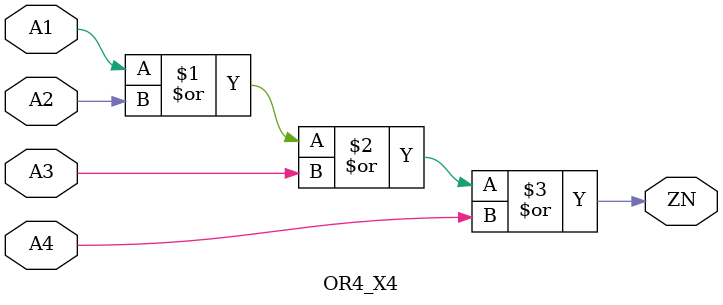
<source format=v>
module DFF_X1(D, CK, Q, QN);
output Q, QN;
input D, CK;
reg Q;
always @(posedge(CK)) Q = D;
assign QN = ~Q;
endmodule

module DFF_X2(D, CK, Q, QN);
output Q, QN;
input D, CK;
reg Q;
always @(posedge(CK)) Q = D;
assign QN = ~Q;
endmodule

// Large inverters and buffers
module BUF_X8(A, Z);
input A;
output Z;
assign Z = A;
endmodule

module INV_X8(A, ZN);
input A;
output ZN;
assign ZN = ~A;
endmodule

module BUF_X16(A, Z);
input A;
output Z;
assign Z = A;
endmodule

module INV_X16(A, ZN);
input A;
output ZN;
assign ZN = ~A;
endmodule

module BUF_X32(A, Z);
input A;
output Z;
assign Z = A;
endmodule

module INV_X32(A, ZN);
input A;
output ZN;
assign ZN = ~A;
endmodule


// Autogenerated set with suffix _X1
module BUF_X1(A, Z);
input A;
output Z;
assign Z = A;
endmodule

module INV_X1(A, ZN);
input A;
output ZN;
assign ZN = ~A;
endmodule

module NAND2_X1(A1, A2, ZN);
input A1, A2;
output ZN;
assign ZN = ~(A1 & A2);
endmodule

module NOR2_X1(A1, A2, ZN);
input A1, A2;
output ZN;
assign ZN = ~(A1 | A2);
endmodule

module XNOR2_X1(A, B, ZN);
input A, B;
output ZN;
assign ZN = ~(A ^ B);
endmodule

module NAND3_X1(A1, A2, A3, ZN);
input A1, A2, A3;
output ZN;
assign ZN = ~(A1 & A2 & A3);
endmodule

module NOR3_X1(A1, A2, A3, ZN);
input A1, A2, A3;
output ZN;
assign ZN = ~(A1 | A2 | A3);
endmodule

module NAND4_X1(A1, A2, A3, A4, ZN);
input A1, A2, A3, A4;
output ZN;
assign ZN = ~(A1 & A2 & A3 & A4);
endmodule

module NOR4_X1(A1, A2, A3, A4, ZN);
input A1, A2, A3, A4;
output ZN;
assign ZN = ~(A1 | A2 | A3 | A4);
endmodule

// Non-invering variants
module AND2_X1(A1, A2, ZN);
input A1, A2;
output ZN;
assign ZN = (A1 & A2);
endmodule

module OR2_X1(A1, A2, ZN);
input A1, A2;
output ZN;
assign ZN = (A1 | A2);
endmodule

module XOR2_X1(A, B, Z);
input A, B;
output Z;
assign Z = (A ^ B);
endmodule

module AND3_X1(A1, A2, A3, ZN);
input A1, A2, A3;
output ZN;
assign ZN = (A1 & A2 & A3);
endmodule

module OR3_X1(A1, A2, A3, ZN);
input A1, A2, A3;
output ZN;
assign ZN = (A1 | A2 | A3);
endmodule

module AND4_X1(A1, A2, A3, A4, ZN);
input A1, A2, A3, A4;
output ZN;
assign ZN = (A1 & A2 & A3 & A4);
endmodule

module OR4_X1(A1, A2, A3, A4, ZN);
input A1, A2, A3, A4;
output ZN;
assign ZN = (A1 | A2 | A3 | A4);
endmodule

// Autogenerated set with suffix _X2
module BUF_X2(A, Z);
input A;
output Z;
assign Z = A;
endmodule

module INV_X2(A, ZN);
input A;
output ZN;
assign ZN = ~A;
endmodule

module NAND2_X2(A1, A2, ZN);
input A1, A2;
output ZN;
assign ZN = ~(A1 & A2);
endmodule

module NOR2_X2(A1, A2, ZN);
input A1, A2;
output ZN;
assign ZN = ~(A1 | A2);
endmodule

module XNOR2_X2(A, B, ZN);
input A, B;
output ZN;
assign ZN = ~(A ^ B);
endmodule

module NAND3_X2(A1, A2, A3, ZN);
input A1, A2, A3;
output ZN;
assign ZN = ~(A1 & A2 & A3);
endmodule

module NOR3_X2(A1, A2, A3, ZN);
input A1, A2, A3;
output ZN;
assign ZN = ~(A1 | A2 | A3);
endmodule

module NAND4_X2(A1, A2, A3, A4, ZN);
input A1, A2, A3, A4;
output ZN;
assign ZN = ~(A1 & A2 & A3 & A4);
endmodule

module NOR4_X2(A1, A2, A3, A4, ZN);
input A1, A2, A3, A4;
output ZN;
assign ZN = ~(A1 | A2 | A3 | A4);
endmodule

// Non-invering variants
module AND2_X2(A1, A2, ZN);
input A1, A2;
output ZN;
assign ZN = (A1 & A2);
endmodule

module OR2_X2(A1, A2, ZN);
input A1, A2;
output ZN;
assign ZN = (A1 | A2);
endmodule

module XOR2_X2(A, B, Z);
input A, B;
output Z;
assign Z = (A ^ B);
endmodule

module AND3_X2(A1, A2, A3, ZN);
input A1, A2, A3;
output ZN;
assign ZN = (A1 & A2 & A3);
endmodule

module OR3_X2(A1, A2, A3, ZN);
input A1, A2, A3;
output ZN;
assign ZN = (A1 | A2 | A3);
endmodule

module AND4_X2(A1, A2, A3, A4, ZN);
input A1, A2, A3, A4;
output ZN;
assign ZN = (A1 & A2 & A3 & A4);
endmodule

module OR4_X2(A1, A2, A3, A4, ZN);
input A1, A2, A3, A4;
output ZN;
assign ZN = (A1 | A2 | A3 | A4);
endmodule

// Autogenerated set with suffix _X4
module BUF_X4(A, Z);
input A;
output Z;
assign Z = A;
endmodule

module INV_X4(A, ZN);
input A;
output ZN;
assign ZN = ~A;
endmodule

module NAND2_X4(A1, A2, ZN);
input A1, A2;
output ZN;
assign ZN = ~(A1 & A2);
endmodule

module NOR2_X4(A1, A2, ZN);
input A1, A2;
output ZN;
assign ZN = ~(A1 | A2);
endmodule

module XNOR2_X4(A, B, ZN);
input A, B;
output ZN;
assign ZN = ~(A ^ B);
endmodule

module NAND3_X4(A1, A2, A3, ZN);
input A1, A2, A3;
output ZN;
assign ZN = ~(A1 & A2 & A3);
endmodule

module NOR3_X4(A1, A2, A3, ZN);
input A1, A2, A3;
output ZN;
assign ZN = ~(A1 | A2 | A3);
endmodule

module NAND4_X4(A1, A2, A3, A4, ZN);
input A1, A2, A3, A4;
output ZN;
assign ZN = ~(A1 & A2 & A3 & A4);
endmodule

module NOR4_X4(A1, A2, A3, A4, ZN);
input A1, A2, A3, A4;
output ZN;
assign ZN = ~(A1 | A2 | A3 | A4);
endmodule

// Non-invering variants
module AND2_X4(A1, A2, ZN);
input A1, A2;
output ZN;
assign ZN = (A1 & A2);
endmodule

module OR2_X4(A1, A2, ZN);
input A1, A2;
output ZN;
assign ZN = (A1 | A2);
endmodule

module XOR2_X4(A, B, Z);
input A, B;
output Z;
assign Z = (A ^ B);
endmodule

module AND3_X4(A1, A2, A3, ZN);
input A1, A2, A3;
output ZN;
assign ZN = (A1 & A2 & A3);
endmodule

module OR3_X4(A1, A2, A3, ZN);
input A1, A2, A3;
output ZN;
assign ZN = (A1 | A2 | A3);
endmodule

module AND4_X4(A1, A2, A3, A4, ZN);
input A1, A2, A3, A4;
output ZN;
assign ZN = (A1 & A2 & A3 & A4);
endmodule

module OR4_X4(A1, A2, A3, A4, ZN);
input A1, A2, A3, A4;
output ZN;
assign ZN = (A1 | A2 | A3 | A4);
endmodule


</source>
